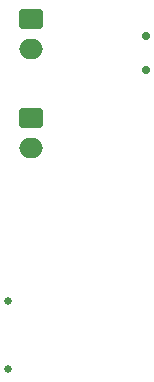
<source format=gbr>
%TF.GenerationSoftware,KiCad,Pcbnew,8.0.5*%
%TF.CreationDate,2024-09-18T17:55:33-04:00*%
%TF.ProjectId,cadence sensor,63616465-6e63-4652-9073-656e736f722e,rev?*%
%TF.SameCoordinates,Original*%
%TF.FileFunction,Soldermask,Bot*%
%TF.FilePolarity,Negative*%
%FSLAX46Y46*%
G04 Gerber Fmt 4.6, Leading zero omitted, Abs format (unit mm)*
G04 Created by KiCad (PCBNEW 8.0.5) date 2024-09-18 17:55:33*
%MOMM*%
%LPD*%
G01*
G04 APERTURE LIST*
G04 Aperture macros list*
%AMRoundRect*
0 Rectangle with rounded corners*
0 $1 Rounding radius*
0 $2 $3 $4 $5 $6 $7 $8 $9 X,Y pos of 4 corners*
0 Add a 4 corners polygon primitive as box body*
4,1,4,$2,$3,$4,$5,$6,$7,$8,$9,$2,$3,0*
0 Add four circle primitives for the rounded corners*
1,1,$1+$1,$2,$3*
1,1,$1+$1,$4,$5*
1,1,$1+$1,$6,$7*
1,1,$1+$1,$8,$9*
0 Add four rect primitives between the rounded corners*
20,1,$1+$1,$2,$3,$4,$5,0*
20,1,$1+$1,$4,$5,$6,$7,0*
20,1,$1+$1,$6,$7,$8,$9,0*
20,1,$1+$1,$8,$9,$2,$3,0*%
G04 Aperture macros list end*
%ADD10C,0.700000*%
%ADD11RoundRect,0.250000X-0.750000X0.600000X-0.750000X-0.600000X0.750000X-0.600000X0.750000X0.600000X0*%
%ADD12O,2.000000X1.700000*%
%ADD13C,0.650000*%
G04 APERTURE END LIST*
D10*
%TO.C,SW2*%
X58000000Y-80400000D03*
X58000000Y-77500000D03*
%TD*%
D11*
%TO.C,J2*%
X48250000Y-76050000D03*
D12*
X48250000Y-78550000D03*
%TD*%
D13*
%TO.C,J1*%
X46250000Y-99910000D03*
X46250000Y-105690000D03*
%TD*%
D11*
%TO.C,J4*%
X48250000Y-84450000D03*
D12*
X48250000Y-86950000D03*
%TD*%
M02*

</source>
